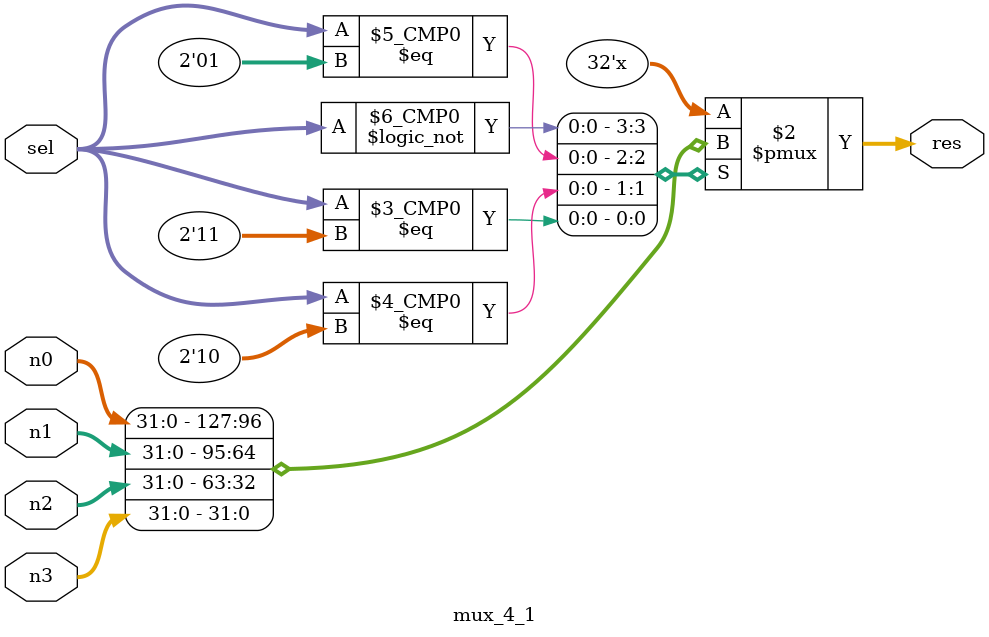
<source format=v>
`timescale 1ns / 1ps
module mux_4_1(
    input 		[31:0] n0,
    input 		[31:0] n1,
    input 		[31:0] n2,
    input 		[31:0] n3,
    output reg [31:0] res,
    input 		[1:0]  sel
   );
	
	always @(n0 or n1 or n2 or n3 or sel) begin
		
		case(sel)
			0: res <= n0;
			1: res <= n1;
			2: res <= n2;
			3: res <= n3;
		endcase
		
	end

endmodule

</source>
